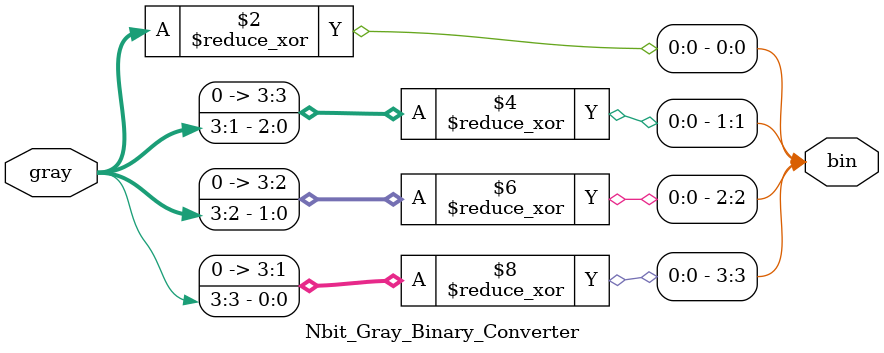
<source format=v>
`timescale 1ns / 1ps


module Nbit_Gray_Binary_Converter #(parameter size = 4)(
    bin,
    gray
    );
    
    output [size-1:0]bin;
    input [size-1:0]gray;
    
    genvar i;
    
    for(i=0; i<size; i=i+1)
    begin
        assign bin[i] =^ (gray >> i);
    end
endmodule

</source>
